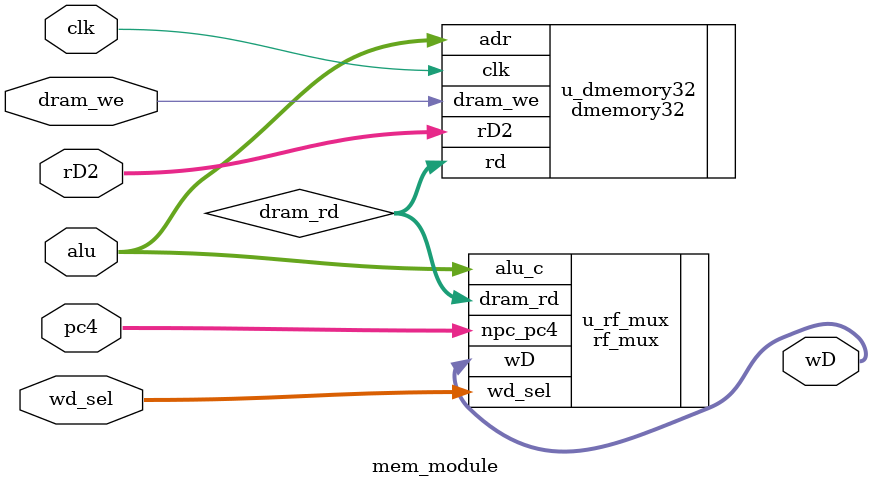
<source format=v>


module mem_module(
    input           clk,
    input   [31:0]  alu,     // À´Ô´ÓÚÖ´ÐÐµ¥Ôª¼ÆËã³öµÄ·Ã´æµØÖ·
    input           dram_we,    // À´×Ô¿ØÖÆµ¥ÔªµÄÐ´Ê¹ÄÜÐÅºÅ
    input   [31:0]  rD2,   // rD2 (SÐÍÖ¸ÁîµÄrs2¼Ä´æÆ÷µÄÖµ)
	input	[1:0]	wd_sel,
	input   [31:0]  pc4,
	output  [31:0]  wD         // ÒªÐ´»ØµÄÊý¾Ý
    );
	
wire	[31:0]	dram_rd;		// ´Ó´æ´¢Æ÷ÖÐ¶ÁÈ¡³öÀ´µÄÊý¾Ý
    
dmemory32 u_dmemory32(
    .clk    (clk),
    .adr      (alu),
    .rd   (dram_rd),
    .dram_we     (dram_we),
    .rD2      (rD2)
);

rf_mux u_rf_mux(
    .wd_sel(wd_sel),
    .alu_c(alu),
    .npc_pc4(pc4),
    .dram_rd(dram_rd),
    .wD(wD)
);
endmodule


</source>
